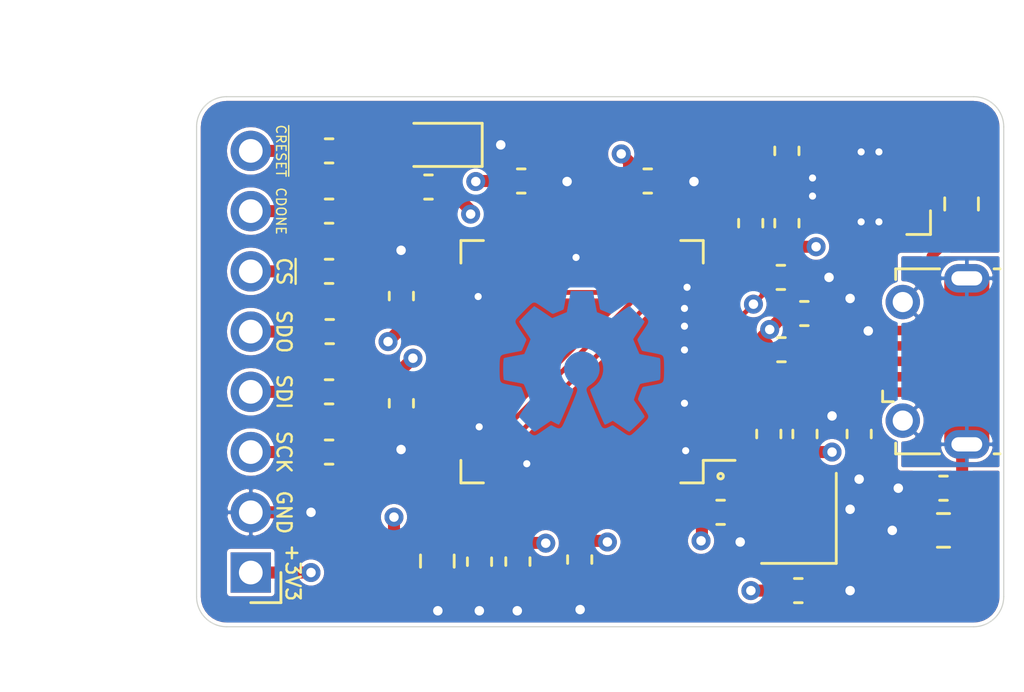
<source format=kicad_pcb>
(kicad_pcb (version 20171130) (host pcbnew "(5.1.4)-1")
  (layers (0 F.Cu signal) (1 In1.Cu signal) (2 In2.Cu signal) (31 B.Cu signal) (34 B.Paste user) (35 F.Paste user) (36 B.SilkS user) (37 F.SilkS user) (38 B.Mask user) (39 F.Mask user) (44 Edge.Cuts user))
  (net 0 "")
  (net 1 GND)
  (net 2 +1V8)
  (net 3 +5V)
  (net 4 +3V3)
  (net 5 /VBUS)
  (net 6 /USB_D+)
  (net 7 "Net-(J1-Pad4)")
  (net 8 /USB_D-)
  (net 9 /CRESET_B)
  (net 10 /CDONE)
  (net 11 /~CS)
  (net 12 /MISO)
  (net 13 /MOSI)
  (net 14 /SCK)
  (net 15 "Net-(R5-Pad2)")
  (net 16 "Net-(R6-Pad2)")
  (net 17 "Net-(R7-Pad2)")
  (net 18 "Net-(R8-Pad2)")
  (net 19 "Net-(U1-Pad3)")
  (net 20 "Net-(U2-Pad63)")
  (net 21 "Net-(U2-Pad62)")
  (net 22 "Net-(U2-Pad61)")
  (net 23 "Net-(U2-Pad60)")
  (net 24 "Net-(U2-Pad59)")
  (net 25 "Net-(U2-Pad58)")
  (net 26 "Net-(U2-Pad57)")
  (net 27 "Net-(U2-Pad55)")
  (net 28 "Net-(U2-Pad54)")
  (net 29 "Net-(U2-Pad53)")
  (net 30 "Net-(U2-Pad52)")
  (net 31 "Net-(U2-Pad48)")
  (net 32 "Net-(U2-Pad46)")
  (net 33 "Net-(U2-Pad45)")
  (net 34 "Net-(U2-Pad44)")
  (net 35 "Net-(U2-Pad43)")
  (net 36 "Net-(U2-Pad41)")
  (net 37 "Net-(U2-Pad40)")
  (net 38 "Net-(U2-Pad39)")
  (net 39 "Net-(U2-Pad38)")
  (net 40 "Net-(U2-Pad36)")
  (net 41 "Net-(U2-Pad34)")
  (net 42 "Net-(U2-Pad33)")
  (net 43 "Net-(U2-Pad32)")
  (net 44 "Net-(U2-Pad30)")
  (net 45 "Net-(U2-Pad29)")
  (net 46 "Net-(U2-Pad28)")
  (net 47 "Net-(U2-Pad27)")
  (net 48 "Net-(U2-Pad26)")
  (net 49 "Net-(U2-Pad22)")
  (net 50 "Net-(U2-Pad19)")
  (net 51 "Net-(U2-Pad3)")
  (net 52 /CLK_12MHz)
  (net 53 "Net-(X1-Pad1)")
  (net 54 /SHIELD)
  (net 55 "Net-(R3-Pad1)")
  (net 56 "Net-(R4-Pad1)")
  (net 57 "Net-(R9-Pad2)")
  (net 58 "Net-(R10-Pad2)")
  (module Connector_PinHeader_2.54mm:PinHeader_1x08_P2.54mm_Horizontal (layer F.Cu) (at 51.562 37.338 180)
    (fp_text reference J2 hide)
    (fp_text value Conn_01x08)
    (pad 8 thru_hole oval (at 0 17.78 180) (size 1.7 1.7) (drill 1) (layers *.Cu *.Mask) (net 9 /CRESET_B))
    (pad 7 thru_hole oval (at 0 15.24 180) (size 1.7 1.7) (drill 1) (layers *.Cu *.Mask) (net 10 /CDONE))
    (pad 6 thru_hole oval (at 0 12.7 180) (size 1.7 1.7) (drill 1) (layers *.Cu *.Mask) (net 11 /~CS))
    (pad 5 thru_hole oval (at 0 10.16 180) (size 1.7 1.7) (drill 1) (layers *.Cu *.Mask) (net 12 /MISO))
    (pad 4 thru_hole oval (at 0 7.62 180) (size 1.7 1.7) (drill 1) (layers *.Cu *.Mask) (net 13 /MOSI))
    (pad 3 thru_hole oval (at 0 5.08 180) (size 1.7 1.7) (drill 1) (layers *.Cu *.Mask) (net 14 /SCK))
    (pad 2 thru_hole oval (at 0 2.54 180) (size 1.7 1.7) (drill 1) (layers *.Cu *.Mask) (net 1 GND))
    (pad 1 thru_hole rect (at 0 0 180) (size 1.7 1.7) (drill 1) (layers *.Cu *.Mask) (net 4 +3V3))
  )
  (module Package_QFP:LQFP-64_10x10mm_P0.5mm (layer F.Cu) (at 65.532 28.448 180)
    (fp_text reference U2 hide)
    (fp_text value FT2232H)
    (pad 64 smd roundrect (at -3.75 -5.675 180) (size 0.3 1.55) (layers F.Cu F.Paste F.Mask) (net 2 +1V8))
    (pad 63 smd roundrect (at -3.25 -5.675 180) (size 0.3 1.55) (layers F.Cu F.Paste F.Mask) (net 20 "Net-(U2-Pad63)"))
    (pad 62 smd roundrect (at -2.75 -5.675 180) (size 0.3 1.55) (layers F.Cu F.Paste F.Mask) (net 21 "Net-(U2-Pad62)"))
    (pad 61 smd roundrect (at -2.25 -5.675 180) (size 0.3 1.55) (layers F.Cu F.Paste F.Mask) (net 22 "Net-(U2-Pad61)"))
    (pad 60 smd roundrect (at -1.75 -5.675 180) (size 0.3 1.55) (layers F.Cu F.Paste F.Mask) (net 23 "Net-(U2-Pad60)"))
    (pad 59 smd roundrect (at -1.25 -5.675 180) (size 0.3 1.55) (layers F.Cu F.Paste F.Mask) (net 24 "Net-(U2-Pad59)"))
    (pad 58 smd roundrect (at -0.75 -5.675 180) (size 0.3 1.55) (layers F.Cu F.Paste F.Mask) (net 25 "Net-(U2-Pad58)"))
    (pad 57 smd roundrect (at -0.25 -5.675 180) (size 0.3 1.55) (layers F.Cu F.Paste F.Mask) (net 26 "Net-(U2-Pad57)"))
    (pad 56 smd roundrect (at 0.25 -5.675 180) (size 0.3 1.55) (layers F.Cu F.Paste F.Mask) (net 4 +3V3))
    (pad 55 smd roundrect (at 0.75 -5.675 180) (size 0.3 1.55) (layers F.Cu F.Paste F.Mask) (net 27 "Net-(U2-Pad55)"))
    (pad 54 smd roundrect (at 1.25 -5.675 180) (size 0.3 1.55) (layers F.Cu F.Paste F.Mask) (net 28 "Net-(U2-Pad54)"))
    (pad 53 smd roundrect (at 1.75 -5.675 180) (size 0.3 1.55) (layers F.Cu F.Paste F.Mask) (net 29 "Net-(U2-Pad53)"))
    (pad 52 smd roundrect (at 2.25 -5.675 180) (size 0.3 1.55) (layers F.Cu F.Paste F.Mask) (net 30 "Net-(U2-Pad52)"))
    (pad 51 smd roundrect (at 2.75 -5.675 180) (size 0.3 1.55) (layers F.Cu F.Paste F.Mask) (net 1 GND))
    (pad 50 smd roundrect (at 3.25 -5.675 180) (size 0.3 1.55) (layers F.Cu F.Paste F.Mask) (net 4 +3V3))
    (pad 49 smd roundrect (at 3.75 -5.675 180) (size 0.3 1.55) (layers F.Cu F.Paste F.Mask) (net 2 +1V8))
    (pad 48 smd roundrect (at 5.675 -3.75 180) (size 1.55 0.3) (layers F.Cu F.Paste F.Mask) (net 31 "Net-(U2-Pad48)"))
    (pad 47 smd roundrect (at 5.675 -3.25 180) (size 1.55 0.3) (layers F.Cu F.Paste F.Mask) (net 1 GND))
    (pad 46 smd roundrect (at 5.675 -2.75 180) (size 1.55 0.3) (layers F.Cu F.Paste F.Mask) (net 32 "Net-(U2-Pad46)"))
    (pad 45 smd roundrect (at 5.675 -2.25 180) (size 1.55 0.3) (layers F.Cu F.Paste F.Mask) (net 33 "Net-(U2-Pad45)"))
    (pad 44 smd roundrect (at 5.675 -1.75 180) (size 1.55 0.3) (layers F.Cu F.Paste F.Mask) (net 34 "Net-(U2-Pad44)"))
    (pad 43 smd roundrect (at 5.675 -1.25 180) (size 1.55 0.3) (layers F.Cu F.Paste F.Mask) (net 35 "Net-(U2-Pad43)"))
    (pad 42 smd roundrect (at 5.675 -0.75 180) (size 1.55 0.3) (layers F.Cu F.Paste F.Mask) (net 4 +3V3))
    (pad 41 smd roundrect (at 5.675 -0.25 180) (size 1.55 0.3) (layers F.Cu F.Paste F.Mask) (net 36 "Net-(U2-Pad41)"))
    (pad 40 smd roundrect (at 5.675 0.25 180) (size 1.55 0.3) (layers F.Cu F.Paste F.Mask) (net 37 "Net-(U2-Pad40)"))
    (pad 39 smd roundrect (at 5.675 0.75 180) (size 1.55 0.3) (layers F.Cu F.Paste F.Mask) (net 38 "Net-(U2-Pad39)"))
    (pad 38 smd roundrect (at 5.675 1.25 180) (size 1.55 0.3) (layers F.Cu F.Paste F.Mask) (net 39 "Net-(U2-Pad38)"))
    (pad 37 smd roundrect (at 5.675 1.75 180) (size 1.55 0.3) (layers F.Cu F.Paste F.Mask) (net 2 +1V8))
    (pad 36 smd roundrect (at 5.675 2.25 180) (size 1.55 0.3) (layers F.Cu F.Paste F.Mask) (net 40 "Net-(U2-Pad36)"))
    (pad 35 smd roundrect (at 5.675 2.75 180) (size 1.55 0.3) (layers F.Cu F.Paste F.Mask) (net 1 GND))
    (pad 34 smd roundrect (at 5.675 3.25 180) (size 1.55 0.3) (layers F.Cu F.Paste F.Mask) (net 41 "Net-(U2-Pad34)"))
    (pad 33 smd roundrect (at 5.675 3.75 180) (size 1.55 0.3) (layers F.Cu F.Paste F.Mask) (net 42 "Net-(U2-Pad33)"))
    (pad 32 smd roundrect (at 3.75 5.675 180) (size 0.3 1.55) (layers F.Cu F.Paste F.Mask) (net 43 "Net-(U2-Pad32)"))
    (pad 31 smd roundrect (at 3.25 5.675 180) (size 0.3 1.55) (layers F.Cu F.Paste F.Mask) (net 4 +3V3))
    (pad 30 smd roundrect (at 2.75 5.675 180) (size 0.3 1.55) (layers F.Cu F.Paste F.Mask) (net 44 "Net-(U2-Pad30)"))
    (pad 29 smd roundrect (at 2.25 5.675 180) (size 0.3 1.55) (layers F.Cu F.Paste F.Mask) (net 45 "Net-(U2-Pad29)"))
    (pad 28 smd roundrect (at 1.75 5.675 180) (size 0.3 1.55) (layers F.Cu F.Paste F.Mask) (net 46 "Net-(U2-Pad28)"))
    (pad 27 smd roundrect (at 1.25 5.675 180) (size 0.3 1.55) (layers F.Cu F.Paste F.Mask) (net 47 "Net-(U2-Pad27)"))
    (pad 26 smd roundrect (at 0.75 5.675 180) (size 0.3 1.55) (layers F.Cu F.Paste F.Mask) (net 48 "Net-(U2-Pad26)"))
    (pad 25 smd roundrect (at 0.25 5.675 180) (size 0.3 1.55) (layers F.Cu F.Paste F.Mask) (net 1 GND))
    (pad 24 smd roundrect (at -0.25 5.675 180) (size 0.3 1.55) (layers F.Cu F.Paste F.Mask) (net 58 "Net-(R10-Pad2)"))
    (pad 23 smd roundrect (at -0.75 5.675 180) (size 0.3 1.55) (layers F.Cu F.Paste F.Mask) (net 57 "Net-(R9-Pad2)"))
    (pad 22 smd roundrect (at -1.25 5.675 180) (size 0.3 1.55) (layers F.Cu F.Paste F.Mask) (net 49 "Net-(U2-Pad22)"))
    (pad 21 smd roundrect (at -1.75 5.675 180) (size 0.3 1.55) (layers F.Cu F.Paste F.Mask) (net 18 "Net-(R8-Pad2)"))
    (pad 20 smd roundrect (at -2.25 5.675 180) (size 0.3 1.55) (layers F.Cu F.Paste F.Mask) (net 4 +3V3))
    (pad 19 smd roundrect (at -2.75 5.675 180) (size 0.3 1.55) (layers F.Cu F.Paste F.Mask) (net 50 "Net-(U2-Pad19)"))
    (pad 18 smd roundrect (at -3.25 5.675 180) (size 0.3 1.55) (layers F.Cu F.Paste F.Mask) (net 17 "Net-(R7-Pad2)"))
    (pad 17 smd roundrect (at -3.75 5.675 180) (size 0.3 1.55) (layers F.Cu F.Paste F.Mask) (net 16 "Net-(R6-Pad2)"))
    (pad 16 smd roundrect (at -5.675 3.75 180) (size 1.55 0.3) (layers F.Cu F.Paste F.Mask) (net 15 "Net-(R5-Pad2)"))
    (pad 15 smd roundrect (at -5.675 3.25 180) (size 1.55 0.3) (layers F.Cu F.Paste F.Mask) (net 1 GND))
    (pad 14 smd roundrect (at -5.675 2.75 180) (size 1.55 0.3) (layers F.Cu F.Paste F.Mask) (net 56 "Net-(R4-Pad1)"))
    (pad 13 smd roundrect (at -5.675 2.25 180) (size 1.55 0.3) (layers F.Cu F.Paste F.Mask) (net 1 GND))
    (pad 12 smd roundrect (at -5.675 1.75 180) (size 1.55 0.3) (layers F.Cu F.Paste F.Mask) (net 2 +1V8))
    (pad 11 smd roundrect (at -5.675 1.25 180) (size 1.55 0.3) (layers F.Cu F.Paste F.Mask) (net 1 GND))
    (pad 10 smd roundrect (at -5.675 0.75 180) (size 1.55 0.3) (layers F.Cu F.Paste F.Mask) (net 1 GND))
    (pad 9 smd roundrect (at -5.675 0.25 180) (size 1.55 0.3) (layers F.Cu F.Paste F.Mask) (net 4 +3V3))
    (pad 8 smd roundrect (at -5.675 -0.25 180) (size 1.55 0.3) (layers F.Cu F.Paste F.Mask) (net 6 /USB_D+))
    (pad 7 smd roundrect (at -5.675 -0.75 180) (size 1.55 0.3) (layers F.Cu F.Paste F.Mask) (net 8 /USB_D-))
    (pad 6 smd roundrect (at -5.675 -1.25 180) (size 1.55 0.3) (layers F.Cu F.Paste F.Mask) (net 55 "Net-(R3-Pad1)"))
    (pad 5 smd roundrect (at -5.675 -1.75 180) (size 1.55 0.3) (layers F.Cu F.Paste F.Mask) (net 1 GND))
    (pad 4 smd roundrect (at -5.675 -2.25 180) (size 1.55 0.3) (layers F.Cu F.Paste F.Mask) (net 4 +3V3))
    (pad 3 smd roundrect (at -5.675 -2.75 180) (size 1.55 0.3) (layers F.Cu F.Paste F.Mask) (net 51 "Net-(U2-Pad3)"))
    (pad 2 smd roundrect (at -5.675 -3.25 180) (size 1.55 0.3) (layers F.Cu F.Paste F.Mask) (net 52 /CLK_12MHz))
    (pad 1 smd roundrect (at -5.675 -3.75 180) (size 1.55 0.3) (layers F.Cu F.Paste F.Mask) (net 1 GND))
  )
  (module Capacitor_SMD:C_0603_1608Metric (layer F.Cu) (at 62.825 36.875 270)
    (fp_text reference C7 hide)
    (fp_text value 0.1u)
    (pad 2 smd roundrect (at 0.7875 0 270) (size 0.875 0.95) (layers F.Cu F.Paste F.Mask) (net 1 GND))
    (pad 1 smd roundrect (at -0.7875 0 270) (size 0.875 0.95) (layers F.Cu F.Paste F.Mask) (net 4 +3V3))
  )
  (module Symbol:OSHW-Symbol_6.7x6mm_Copper (layer B.Cu) (at 65.532 28.448 180)
    (fp_text reference REF** hide)
    (fp_text value OSHW-Symbol_6.7x6mm_Copper hide)
    (fp_poly (pts (xy 0.555814 2.531069) (xy 0.639635 2.086445) (xy 0.94892 1.958947) (xy 1.258206 1.831449) (xy 1.629246 2.083754) (xy 1.733157 2.154004) (xy 1.827087 2.216728) (xy 1.906652 2.269062) (xy 1.96747 2.308143) (xy 2.005157 2.331107) (xy 2.015421 2.336058) (xy 2.03391 2.323324) (xy 2.07342 2.288118) (xy 2.129522 2.234938) (xy 2.197787 2.168282) (xy 2.273786 2.092646) (xy 2.353092 2.012528) (xy 2.431275 1.932426) (xy 2.503907 1.856836) (xy 2.566559 1.790255) (xy 2.614803 1.737182) (xy 2.64421 1.702113) (xy 2.651241 1.690377) (xy 2.641123 1.66874) (xy 2.612759 1.621338) (xy 2.569129 1.552807) (xy 2.513218 1.467785) (xy 2.448006 1.370907) (xy 2.410219 1.31565) (xy 2.341343 1.214752) (xy 2.28014 1.123701) (xy 2.229578 1.04703) (xy 2.192628 0.989272) (xy 2.172258 0.954957) (xy 2.169197 0.947746) (xy 2.176136 0.927252) (xy 2.195051 0.879487) (xy 2.223087 0.811168) (xy 2.257391 0.729011) (xy 2.295109 0.63973) (xy 2.333387 0.550042) (xy 2.36937 0.466662) (xy 2.400206 0.396306) (xy 2.423039 0.34569) (xy 2.435017 0.321529) (xy 2.435724 0.320578) (xy 2.454531 0.315964) (xy 2.504618 0.305672) (xy 2.580793 0.290713) (xy 2.677865 0.272099) (xy 2.790643 0.250841) (xy 2.856442 0.238582) (xy 2.97695 0.215638) (xy 3.085797 0.193805) (xy 3.177476 0.174278) (xy 3.246481 0.158252) (xy 3.287304 0.146921) (xy 3.295511 0.143326) (xy 3.303548 0.118994) (xy 3.310033 0.064041) (xy 3.31497 -0.015108) (xy 3.318364 -0.112026) (xy 3.320218 -0.220287) (xy 3.320538 -0.333465) (xy 3.319327 -0.445135) (xy 3.31659 -0.548868) (xy 3.312331 -0.638241) (xy 3.306555 -0.706826) (xy 3.299267 -0.748197) (xy 3.294895 -0.75681) (xy 3.268764 -0.767133) (xy 3.213393 -0.781892) (xy 3.136107 -0.799352) (xy 3.04423 -0.81778) (xy 3.012158 -0.823741) (xy 2.857524 -0.852066) (xy 2.735375 -0.874876) (xy 2.641673 -0.89308) (xy 2.572384 -0.907583) (xy 2.523471 -0.919292) (xy 2.490897 -0.929115) (xy 2.470628 -0.937956) (xy 2.458626 -0.946724) (xy 2.456947 -0.948457) (xy 2.440184 -0.976371) (xy 2.414614 -1.030695) (xy 2.382788 -1.104777) (xy 2.34726 -1.191965) (xy 2.310583 -1.285608) (xy 2.275311 -1.379052) (xy 2.243996 -1.465647) (xy 2.219193 -1.53874) (xy 2.203454 -1.591678) (xy 2.199332 -1.617811) (xy 2.199676 -1.618726) (xy 2.213641 -1.640086) (xy 2.245322 -1.687084) (xy 2.291391 -1.754827) (xy 2.348518 -1.838423) (xy 2.413373 -1.932982) (xy 2.431843 -1.959854) (xy 2.497699 -2.057275) (xy 2.55565 -2.146163) (xy 2.602538 -2.221412) (xy 2.635207 -2.27792) (xy 2.6505 -2.310581) (xy 2.651241 -2.314593) (xy 2.638392 -2.335684) (xy 2.602888 -2.377464) (xy 2.549293 -2.435445) (xy 2.482171 -2.505135) (xy 2.406087 -2.582045) (xy 2.325604 -2.661683) (xy 2.245287 -2.739561) (xy 2.169699 -2.811186) (xy 2.103405 -2.87207) (xy 2.050969 -2.917721) (xy 2.016955 -2.94365) (xy 2.007545 -2.947883) (xy 1.985643 -2.937912) (xy 1.9408 -2.91102) (xy 1.880321 -2.871736) (xy 1.833789 -2.840117) (xy 1.749475 -2.782098) (xy 1.649626 -2.713784) (xy 1.549473 -2.645579) (xy 1.495627 -2.609075) (xy 1.313371 -2.4858) (xy 1.160381 -2.56852) (xy 1.090682 -2.604759) (xy 1.031414 -2.632926) (xy 0.991311 -2.648991) (xy 0.981103 -2.651226) (xy 0.968829 -2.634722) (xy 0.944613 -2.588082) (xy 0.910263 -2.515609) (xy 0.867588 -2.421606) (xy 0.818394 -2.310374) (xy 0.76449 -2.186215) (xy 0.707684 -2.053432) (xy 0.649782 -1.916327) (xy 0.592593 -1.779202) (xy 0.537924 -1.646358) (xy 0.487584 -1.522098) (xy 0.44338 -1.410725) (xy 0.407119 -1.316539) (xy 0.380609 -1.243844) (xy 0.365658 -1.196941) (xy 0.363254 -1.180833) (xy 0.382311 -1.160286) (xy 0.424036 -1.126933) (xy 0.479706 -1.087702) (xy 0.484378 -1.084599) (xy 0.628264 -0.969423) (xy 0.744283 -0.835053) (xy 0.83143 -0.685784) (xy 0.888699 -0.525913) (xy 0.915086 -0.359737) (xy 0.909585 -0.191552) (xy 0.87119 -0.025655) (xy 0.798895 0.133658) (xy 0.777626 0.168513) (xy 0.666996 0.309263) (xy 0.536302 0.422286) (xy 0.390064 0.506997) (xy 0.232808 0.562806) (xy 0.069057 0.589126) (xy -0.096667 0.58537) (xy -0.259838 0.55095) (xy -0.415935 0.485277) (xy -0.560433 0.387765) (xy -0.605131 0.348187) (xy -0.718888 0.224297) (xy -0.801782 0.093876) (xy -0.858644 -0.052315) (xy -0.890313 -0.197088) (xy -0.898131 -0.35986) (xy -0.872062 -0.52344) (xy -0.814755 -0.682298) (xy -0.728856 -0.830906) (xy -0.617014 -0.963735) (xy -0.481877 -1.075256) (xy -0.464117 -1.087011) (xy -0.40785 -1.125508) (xy -0.365077 -1.158863) (xy -0.344628 -1.18016) (xy -0.344331 -1.180833) (xy -0.348721 -1.203871) (xy -0.366124 -1.256157) (xy -0.394732 -1.33339) (xy -0.432735 -1.431268) (xy -0.478326 -1.545491) (xy -0.529697 -1.671758) (xy -0.585038 -1.805767) (xy -0.642542 -1.943218) (xy -0.700399 -2.079808) (xy -0.756802 -2.211237) (xy -0.809942 -2.333205) (xy -0.85801 -2.441409) (xy -0.899199 -2.531549) (xy -0.931699 -2.599323) (xy -0.953703 -2.64043) (xy -0.962564 -2.651226) (xy -0.98964 -2.642819) (xy -1.040303 -2.620272) (xy -1.105817 -2.587613) (xy -1.141841 -2.56852) (xy -1.294832 -2.4858) (xy -1.477088 -2.609075) (xy -1.570125 -2.672228) (xy -1.671985 -2.741727) (xy -1.767438 -2.807165) (xy -1.81525 -2.840117) (xy -1.882495 -2.885273) (xy -1.939436 -2.921057) (xy -1.978646 -2.942938) (xy -1.991381 -2.947563) (xy -2.009917 -2.935085) (xy -2.050941 -2.900252) (xy -2.110475 -2.846678) (xy -2.184542 -2.777983) (xy -2.269165 -2.697781) (xy -2.322685 -2.646286) (xy -2.416319 -2.554286) (xy -2.497241 -2.471999) (xy -2.562177 -2.402945) (xy -2.607858 -2.350644) (xy -2.631011 -2.318616) (xy -2.633232 -2.312116) (xy -2.622924 -2.287394) (xy -2.594439 -2.237405) (xy -2.550937 -2.167212) (xy -2.495577 -2.081875) (xy -2.43152 -1.986456) (xy -2.413303 -1.959854) (xy -2.346927 -1.863167) (xy -2.287378 -1.776117) (xy -2.237984 -1.703595) (xy -2.202075 -1.650493) (xy -2.182981 -1.621703) (xy -2.181136 -1.618726) (xy -2.183895 -1.595782) (xy -2.198538 -1.545336) (xy -2.222513 -1.474041) (xy -2.253266 -1.388547) (xy -2.288244 -1.295507) (xy -2.324893 -1.201574) (xy -2.360661 -1.113399) (xy -2.392994 -1.037634) (xy -2.419338 -0.980931) (xy -2.437142 -0.949943) (xy -2.438407 -0.948457) (xy -2.449294 -0.939601) (xy -2.467682 -0.930843) (xy -2.497606 -0.921277) (xy -2.543103 -0.909996) (xy -2.608209 -0.896093) (xy -2.696961 -0.878663) (xy -2.813393 -0.856798) (xy -2.961542 -0.829591) (xy -2.993618 -0.823741) (xy -3.088686 -0.805374) (xy -3.171565 -0.787405) (xy -3.23493 -0.771569) (xy -3.271458 -0.7596) (xy -3.276356 -0.75681) (xy -3.284427 -0.732072) (xy -3.290987 -0.67679) (xy -3.296033 -0.597389) (xy -3.299559 -0.500296) (xy -3.301561 -0.391938) (xy -3.302036 -0.27874) (xy -3.300977 -0.167128) (xy -3.298382 -0.063529) (xy -3.294246 0.025632) (xy -3.288563 0.093928) (xy -3.281331 0.134934) (xy -3.276971 0.143326) (xy -3.252698 0.151792) (xy -3.197426 0.165565) (xy -3.116662 0.18345) (xy -3.015912 0.204252) (xy -2.900683 0.226777) (xy -2.837902 0.238582) (xy -2.718787 0.260849) (xy -2.612565 0.281021) (xy -2.524427 0.298085) (xy -2.459566 0.311031) (xy -2.423174 0.318845) (xy -2.417184 0.320578) (xy -2.407061 0.34011) (xy -2.385662 0.387157) (xy -2.355839 0.454997) (xy -2.320445 0.536909) (xy -2.282332 0.626172) (xy -2.244353 0.716065) (xy -2.20936 0.799865) (xy -2.180206 0.870853) (xy -2.159743 0.922306) (xy -2.150823 0.947503) (xy -2.150657 0.948604) (xy -2.160769 0.968481) (xy -2.189117 1.014223) (xy -2.232723 1.081283) (xy -2.288606 1.165116) (xy -2.353787 1.261174) (xy -2.391679 1.31635) (xy -2.460725 1.417519) (xy -2.52205 1.50937) (xy -2.572663 1.587256) (xy -2.609571 1.646531) (xy -2.629782 1.682549) (xy -2.632701 1.690623) (xy -2.620153 1.709416) (xy -2.585463 1.749543) (xy -2.533063 1.806507) (xy -2.467384 1.875815) (xy -2.392856 1.952969) (xy -2.313913 2.033475) (xy -2.234983 2.112837) (xy -2.1605 2.18656) (xy -2.094894 2.250148) (xy -2.042596 2.299106) (xy -2.008039 2.328939) (xy -1.996478 2.336058) (xy -1.977654 2.326047) (xy -1.932631 2.297922) (xy -1.865787 2.254546) (xy -1.781499 2.198782) (xy -1.684144 2.133494) (xy -1.610707 2.083754) (xy -1.239667 1.831449) (xy -0.621095 2.086445) (xy -0.537275 2.531069) (xy -0.453454 2.975693) (xy 0.471994 2.975693) (xy 0.555814 2.531069)) (layer B.Cu) (width 0.01))
  )
  (module Resistor_SMD:R_0603_1608Metric (layer F.Cu) (at 59.055 21.082 180)
    (fp_text reference R2 hide)
    (fp_text value 1k)
    (pad 2 smd roundrect (at 0.7875 0 180) (size 0.875 0.95) (layers F.Cu F.Paste F.Mask) (net 10 /CDONE))
    (pad 1 smd roundrect (at -0.7875 0 180) (size 0.875 0.95) (layers F.Cu F.Paste F.Mask) (net 4 +3V3))
  )
  (module LED_SMD:LED_0805_2012Metric_Castellated (layer F.Cu) (at 59.436 19.304 180)
    (fp_text reference D1 hide)
    (fp_text value CDONE)
    (pad 2 smd roundrect (at 0.9625 0 180) (size 1.325 1.3) (layers F.Cu F.Paste F.Mask) (roundrect_rratio 0.192308) (net 10 /CDONE))
    (pad 1 smd roundrect (at -0.9625 0 180) (size 1.325 1.3) (layers F.Cu F.Paste F.Mask) (roundrect_rratio 0.192308) (net 1 GND))
  )
  (module Resistor_SMD:R_0603_1608Metric (layer F.Cu) (at 72.644 22.606 90)
    (fp_text reference R4 hide)
    (fp_text value 10k)
    (pad 2 smd roundrect (at 0.7875 0 90) (size 0.875 0.95) (layers F.Cu F.Paste F.Mask) (net 4 +3V3))
    (pad 1 smd roundrect (at -0.7875 0 90) (size 0.875 0.95) (layers F.Cu F.Paste F.Mask) (net 56 "Net-(R4-Pad1)"))
  )
  (module Capacitor_SMD:C_0603_1608Metric (layer F.Cu) (at 74.6505 38.1)
    (fp_text reference C3 hide)
    (fp_text value 0.1u)
    (pad 2 smd roundrect (at 0.7875 0) (size 0.875 0.95) (layers F.Cu F.Paste F.Mask) (net 1 GND))
    (pad 1 smd roundrect (at -0.7875 0) (size 0.875 0.95) (layers F.Cu F.Paste F.Mask) (net 4 +3V3))
  )
  (module Oscillator:Oscillator_SMD_Abracon_ASE-4Pin_3.2x2.5mm (layer F.Cu) (at 74.676 35.052 90)
    (fp_text reference X1 hide)
    (fp_text value ASEM1-12.000MHZ)
    (pad 4 smd rect (at -1.05 -0.825 90) (size 1.3 1.1) (layers F.Cu F.Paste F.Mask) (net 4 +3V3))
    (pad 3 smd rect (at 1.05 -0.825 90) (size 1.3 1.1) (layers F.Cu F.Paste F.Mask) (net 52 /CLK_12MHz))
    (pad 2 smd rect (at 1.05 0.825 90) (size 1.3 1.1) (layers F.Cu F.Paste F.Mask) (net 1 GND))
    (pad 1 smd rect (at -1.05 0.825 90) (size 1.3 1.1) (layers F.Cu F.Paste F.Mask) (net 53 "Net-(X1-Pad1)"))
  )
  (module jkiv-library:SOT89-5 (layer F.Cu) (at 77.724 21.082 90)
    (fp_text reference U1 hide)
    (fp_text value AP7361C_SOT-89-5)
    (pad 2 smd roundrect (at 0 -0.25 90) (size 1.93 2.6) (layers F.Cu F.Paste F.Mask) (net 1 GND))
    (pad 4 smd roundrect (at 1.5 -1.65 90) (size 0.68 1.2) (layers F.Cu F.Paste F.Mask) (net 3 +5V))
    (pad 2 smd roundrect (at 0 -1.5 90) (size 1.73 1) (layers F.Cu F.Paste F.Mask) (net 1 GND))
    (pad 5 smd roundrect (at -1.5 -1.65 90) (size 0.68 1.2) (layers F.Cu F.Paste F.Mask) (net 4 +3V3))
    (pad 1 smd roundrect (at -1.5 1.65 90) (size 0.68 1.2) (layers F.Cu F.Paste F.Mask) (net 3 +5V))
    (pad 2 smd roundrect (at 0 1.45 90) (size 0.68 1.6) (layers F.Cu F.Paste F.Mask) (net 1 GND))
    (pad 3 smd roundrect (at 1.5 1.65 90) (size 0.68 1.2) (layers F.Cu F.Paste F.Mask) (net 19 "Net-(U1-Pad3)"))
  )
  (module Resistor_SMD:R_0603_1608Metric (layer F.Cu) (at 54.864 19.558)
    (fp_text reference R10 hide)
    (fp_text value 22R)
    (pad 2 smd roundrect (at 0.7875 0) (size 0.875 0.95) (layers F.Cu F.Paste F.Mask) (net 58 "Net-(R10-Pad2)"))
    (pad 1 smd roundrect (at -0.7875 0) (size 0.875 0.95) (layers F.Cu F.Paste F.Mask) (net 9 /CRESET_B))
  )
  (module Resistor_SMD:R_0603_1608Metric (layer F.Cu) (at 54.864 22.098)
    (fp_text reference R9 hide)
    (fp_text value 22R)
    (pad 2 smd roundrect (at 0.7875 0) (size 0.875 0.95) (layers F.Cu F.Paste F.Mask) (net 57 "Net-(R9-Pad2)"))
    (pad 1 smd roundrect (at -0.7875 0) (size 0.875 0.95) (layers F.Cu F.Paste F.Mask) (net 10 /CDONE))
  )
  (module Resistor_SMD:R_0603_1608Metric (layer F.Cu) (at 54.864 24.638)
    (fp_text reference R8 hide)
    (fp_text value 22R)
    (pad 2 smd roundrect (at 0.7875 0) (size 0.875 0.95) (layers F.Cu F.Paste F.Mask) (net 18 "Net-(R8-Pad2)"))
    (pad 1 smd roundrect (at -0.7875 0) (size 0.875 0.95) (layers F.Cu F.Paste F.Mask) (net 11 /~CS))
  )
  (module Resistor_SMD:R_0603_1608Metric (layer F.Cu) (at 54.889501 27.178)
    (fp_text reference R7 hide)
    (fp_text value 22R)
    (pad 2 smd roundrect (at 0.7875 0) (size 0.875 0.95) (layers F.Cu F.Paste F.Mask) (net 17 "Net-(R7-Pad2)"))
    (pad 1 smd roundrect (at -0.7875 0) (size 0.875 0.95) (layers F.Cu F.Paste F.Mask) (net 12 /MISO))
  )
  (module Resistor_SMD:R_0603_1608Metric (layer F.Cu) (at 54.864 29.718)
    (fp_text reference R6 hide)
    (fp_text value 22R)
    (pad 2 smd roundrect (at 0.7875 0) (size 0.875 0.95) (layers F.Cu F.Paste F.Mask) (net 16 "Net-(R6-Pad2)"))
    (pad 1 smd roundrect (at -0.7875 0) (size 0.875 0.95) (layers F.Cu F.Paste F.Mask) (net 13 /MOSI))
  )
  (module Resistor_SMD:R_0603_1608Metric (layer F.Cu) (at 54.864 32.258)
    (fp_text reference R5 hide)
    (fp_text value 22R)
    (pad 2 smd roundrect (at 0.7875 0) (size 0.875 0.95) (layers F.Cu F.Paste F.Mask) (net 15 "Net-(R5-Pad2)"))
    (pad 1 smd roundrect (at -0.7875 0) (size 0.875 0.95) (layers F.Cu F.Paste F.Mask) (net 14 /SCK))
  )
  (module Resistor_SMD:R_0603_1608Metric (layer F.Cu) (at 77.216 31.496 270)
    (fp_text reference R3 hide)
    (fp_text value 10k)
    (pad 2 smd roundrect (at 0.7875 0 270) (size 0.875 0.95) (layers F.Cu F.Paste F.Mask) (net 1 GND))
    (pad 1 smd roundrect (at -0.7875 0 270) (size 0.875 0.95) (layers F.Cu F.Paste F.Mask) (net 55 "Net-(R3-Pad1)"))
  )
  (module Resistor_SMD:R_0805_2012Metric (layer F.Cu) (at 80.772 35.56 180)
    (fp_text reference R1 hide)
    (fp_text value 100k)
    (pad 1 smd roundrect (at -0.9375 0 180) (size 0.975 1.4) (layers F.Cu F.Paste F.Mask) (net 54 /SHIELD))
    (pad 2 smd roundrect (at 0.9375 0 180) (size 0.975 1.4) (layers F.Cu F.Paste F.Mask) (net 1 GND))
  )
  (module Connector_USB:USB_Micro-B_Molex-105017-0001 (layer F.Cu) (at 80.518 28.432 90)
    (fp_text reference J1 hide)
    (fp_text value USB_B_Micro)
    (pad 6 smd rect (at -2.9 1.2375 90) (size 1.2 1.9) (layers F.Cu F.Mask) (net 54 /SHIELD))
    (pad 6 smd rect (at 2.9 1.2375 90) (size 1.2 1.9) (layers F.Cu F.Mask) (net 54 /SHIELD))
    (pad 6 thru_hole oval (at 3.5 1.2375 90) (size 1.2 1.9) (drill oval 0.6 1.3) (layers *.Cu *.Mask) (net 54 /SHIELD))
    (pad 6 thru_hole oval (at -3.5 1.2375 270) (size 1.2 1.9) (drill oval 0.6 1.3) (layers *.Cu *.Mask) (net 54 /SHIELD))
    (pad 6 smd rect (at -1 1.2375 90) (size 1.5 1.9) (layers F.Cu F.Paste F.Mask) (net 54 /SHIELD))
    (pad 6 thru_hole circle (at 2.5 -1.4625 90) (size 1.45 1.45) (drill 0.85) (layers *.Cu *.Mask) (net 54 /SHIELD))
    (pad 3 smd rect (at 0 -1.4625 90) (size 0.4 1.35) (layers F.Cu F.Paste F.Mask) (net 6 /USB_D+))
    (pad 4 smd rect (at 0.65 -1.4625 90) (size 0.4 1.35) (layers F.Cu F.Paste F.Mask) (net 7 "Net-(J1-Pad4)"))
    (pad 5 smd rect (at 1.3 -1.4625 90) (size 0.4 1.35) (layers F.Cu F.Paste F.Mask) (net 1 GND))
    (pad 1 smd rect (at -1.3 -1.4625 90) (size 0.4 1.35) (layers F.Cu F.Paste F.Mask) (net 5 /VBUS))
    (pad 2 smd rect (at -0.65 -1.4625 90) (size 0.4 1.35) (layers F.Cu F.Paste F.Mask) (net 8 /USB_D-))
    (pad 6 thru_hole circle (at -2.5 -1.4625 90) (size 1.45 1.45) (drill 0.85) (layers *.Cu *.Mask) (net 54 /SHIELD))
    (pad 6 smd rect (at 1 1.2375 90) (size 1.5 1.9) (layers F.Cu F.Paste F.Mask) (net 54 /SHIELD))
  )
  (module Inductor_SMD:L_0805_2012Metric (layer F.Cu) (at 81.534 21.7955 270)
    (fp_text reference FB1 hide)
    (fp_text value FB)
    (pad 2 smd roundrect (at 0.9375 0 270) (size 0.975 1.4) (layers F.Cu F.Paste F.Mask) (net 5 /VBUS))
    (pad 1 smd roundrect (at -0.9375 0 270) (size 0.975 1.4) (layers F.Cu F.Paste F.Mask) (net 3 +5V))
  )
  (module Capacitor_SMD:C_0603_1608Metric (layer F.Cu) (at 73.939501 27.94)
    (fp_text reference C16 hide)
    (fp_text value 0.1u)
    (pad 2 smd roundrect (at 0.7875 0) (size 0.875 0.95) (layers F.Cu F.Paste F.Mask) (net 1 GND))
    (pad 1 smd roundrect (at -0.7875 0) (size 0.875 0.95) (layers F.Cu F.Paste F.Mask) (net 4 +3V3))
  )
  (module Capacitor_SMD:C_0603_1608Metric (layer F.Cu) (at 74.9045 26.416)
    (fp_text reference C13 hide)
    (fp_text value 4.7u)
    (pad 2 smd roundrect (at 0.7875 0) (size 0.875 0.95) (layers F.Cu F.Paste F.Mask) (net 1 GND))
    (pad 1 smd roundrect (at -0.7875 0) (size 0.875 0.95) (layers F.Cu F.Paste F.Mask) (net 4 +3V3))
  )
  (module Capacitor_SMD:C_0603_1608Metric (layer F.Cu) (at 73.406 31.496 90)
    (fp_text reference C10 hide)
    (fp_text value 0.1u)
    (pad 2 smd roundrect (at 0.7875 0 90) (size 0.875 0.95) (layers F.Cu F.Paste F.Mask) (net 1 GND))
    (pad 1 smd roundrect (at -0.7875 0 90) (size 0.875 0.95) (layers F.Cu F.Paste F.Mask) (net 4 +3V3))
  )
  (module Capacitor_SMD:C_0603_1608Metric (layer F.Cu) (at 74.93 31.496 90)
    (fp_text reference C8 hide)
    (fp_text value 4.7u)
    (pad 2 smd roundrect (at 0.7875 0 90) (size 0.875 0.95) (layers F.Cu F.Paste F.Mask) (net 1 GND))
    (pad 1 smd roundrect (at -0.7875 0 90) (size 0.875 0.95) (layers F.Cu F.Paste F.Mask) (net 4 +3V3))
  )
  (module Capacitor_SMD:C_0603_1608Metric (layer F.Cu) (at 71.374 34.798)
    (fp_text reference C18 hide)
    (fp_text value 0.1u)
    (pad 2 smd roundrect (at 0.7875 0) (size 0.875 0.95) (layers F.Cu F.Paste F.Mask) (net 1 GND))
    (pad 1 smd roundrect (at -0.7875 0) (size 0.875 0.95) (layers F.Cu F.Paste F.Mask) (net 2 +1V8))
  )
  (module Capacitor_SMD:C_0603_1608Metric (layer F.Cu) (at 57.912 25.679501 90)
    (fp_text reference C17 hide)
    (fp_text value 0.1u)
    (pad 2 smd roundrect (at 0.7875 0 90) (size 0.875 0.95) (layers F.Cu F.Paste F.Mask) (net 1 GND))
    (pad 1 smd roundrect (at -0.7875 0 90) (size 0.875 0.95) (layers F.Cu F.Paste F.Mask) (net 2 +1V8))
  )
  (module Capacitor_SMD:C_0603_1608Metric (layer F.Cu) (at 73.914 24.892)
    (fp_text reference C14 hide)
    (fp_text value 0.1u)
    (pad 2 smd roundrect (at 0.7875 0) (size 0.875 0.95) (layers F.Cu F.Paste F.Mask) (net 1 GND))
    (pad 1 smd roundrect (at -0.7875 0) (size 0.875 0.95) (layers F.Cu F.Paste F.Mask) (net 2 +1V8))
  )
  (module Capacitor_SMD:C_0603_1608Metric (layer F.Cu) (at 65.432 36.79 270)
    (fp_text reference C11 hide)
    (fp_text value 0.1u)
    (pad 2 smd roundrect (at 0.7875 0 270) (size 0.875 0.95) (layers F.Cu F.Paste F.Mask) (net 1 GND))
    (pad 1 smd roundrect (at -0.7875 0 270) (size 0.875 0.95) (layers F.Cu F.Paste F.Mask) (net 4 +3V3))
  )
  (module Capacitor_SMD:C_0603_1608Metric (layer F.Cu) (at 57.912 30.200499 270)
    (fp_text reference C9 hide)
    (fp_text value 0.1u)
    (pad 2 smd roundrect (at 0.7875 0 270) (size 0.875 0.95) (layers F.Cu F.Paste F.Mask) (net 1 GND))
    (pad 1 smd roundrect (at -0.7875 0 270) (size 0.875 0.95) (layers F.Cu F.Paste F.Mask) (net 4 +3V3))
  )
  (module Capacitor_SMD:C_0603_1608Metric (layer F.Cu) (at 74.168 22.606 90)
    (fp_text reference C4 hide)
    (fp_text value 4.7u)
    (pad 2 smd roundrect (at 0.7875 0 90) (size 0.875 0.95) (layers F.Cu F.Paste F.Mask) (net 1 GND))
    (pad 1 smd roundrect (at -0.7875 0 90) (size 0.875 0.95) (layers F.Cu F.Paste F.Mask) (net 4 +3V3))
  )
  (module Capacitor_SMD:C_0603_1608Metric (layer F.Cu) (at 62.9665 20.828)
    (fp_text reference C6 hide)
    (fp_text value 0.1u)
    (pad 2 smd roundrect (at 0.7875 0) (size 0.875 0.95) (layers F.Cu F.Paste F.Mask) (net 1 GND))
    (pad 1 smd roundrect (at -0.7875 0) (size 0.875 0.95) (layers F.Cu F.Paste F.Mask) (net 4 +3V3))
  )
  (module Capacitor_SMD:C_0603_1608Metric (layer F.Cu) (at 68.3005 20.828)
    (fp_text reference C5 hide)
    (fp_text value 0.1u)
    (pad 2 smd roundrect (at 0.7875 0) (size 0.875 0.95) (layers F.Cu F.Paste F.Mask) (net 1 GND))
    (pad 1 smd roundrect (at -0.7875 0) (size 0.875 0.95) (layers F.Cu F.Paste F.Mask) (net 4 +3V3))
  )
  (module Capacitor_SMD:C_0603_1608Metric (layer F.Cu) (at 61.207 36.8805 270)
    (fp_text reference C15 hide)
    (fp_text value 0.1u)
    (pad 2 smd roundrect (at 0.7875 0 270) (size 0.875 0.95) (layers F.Cu F.Paste F.Mask) (net 1 GND))
    (pad 1 smd roundrect (at -0.7875 0 270) (size 0.875 0.95) (layers F.Cu F.Paste F.Mask) (net 2 +1V8))
  )
  (module Capacitor_SMD:C_0603_1608Metric (layer F.Cu) (at 74.168 19.558 270)
    (fp_text reference C1 hide)
    (fp_text value 4.7u)
    (pad 2 smd roundrect (at 0.7875 0 270) (size 0.875 0.95) (layers F.Cu F.Paste F.Mask) (net 1 GND))
    (pad 1 smd roundrect (at -0.7875 0 270) (size 0.875 0.95) (layers F.Cu F.Paste F.Mask) (net 3 +5V))
  )
  (module Capacitor_SMD:C_0603_1608Metric (layer F.Cu) (at 80.772 33.782 180)
    (fp_text reference C2 hide)
    (fp_text value 0.01u)
    (pad 1 smd roundrect (at -0.7875 0 180) (size 0.875 0.95) (layers F.Cu F.Paste F.Mask) (net 54 /SHIELD))
    (pad 2 smd roundrect (at 0.7875 0 180) (size 0.875 0.95) (layers F.Cu F.Paste F.Mask) (net 1 GND))
  )
  (module Capacitor_SMD:C_0805_2012Metric (layer F.Cu) (at 59.429 36.855 270)
    (fp_text reference C12 hide)
    (fp_text value 10u)
    (pad 2 smd roundrect (at 0.9375 0 270) (size 0.975 1.4) (layers F.Cu F.Paste F.Mask) (net 1 GND))
    (pad 1 smd roundrect (at -0.9375 0 270) (size 0.975 1.4) (layers F.Cu F.Paste F.Mask) (net 2 +1V8))
  )
  (gr_arc (start 82.042 38.353999) (end 82.042 39.624) (angle -90) (layer Edge.Cuts) (width 0.05))
  (gr_arc (start 50.546001 38.354) (end 49.276 38.354) (angle -90) (layer Edge.Cuts) (width 0.05))
  (gr_arc (start 50.546 18.542001) (end 50.546 17.272) (angle -90) (layer Edge.Cuts) (width 0.05))
  (gr_arc (start 82.042 18.542) (end 83.312 18.542) (angle -90) (layer Edge.Cuts) (width 0.05))
  (gr_text +3V3 (at 53.34 37.338 270) (layer F.SilkS) (effects (font (size 0.6 0.6) (thickness 0.1))))
  (gr_text GND (at 52.959 34.798 270) (layer F.SilkS) (effects (font (size 0.6 0.6) (thickness 0.1))))
  (gr_text SCK (at 52.959 32.258 270) (layer F.SilkS) (effects (font (size 0.6 0.6) (thickness 0.1))))
  (gr_text SDI (at 52.959 29.718 270) (layer F.SilkS) (effects (font (size 0.6 0.6) (thickness 0.1))))
  (gr_text SDO (at 52.959 27.178 270) (layer F.SilkS) (effects (font (size 0.6 0.6) (thickness 0.1))))
  (gr_text ~CS (at 52.959 24.638 270) (layer F.SilkS) (effects (font (size 0.6 0.6) (thickness 0.1))))
  (gr_text CDONE (at 52.832 22.098 270) (layer F.SilkS) (effects (font (size 0.4 0.4) (thickness 0.06))))
  (gr_text ~CRESET (at 52.832 19.558 270) (layer F.SilkS) (effects (font (size 0.4 0.4) (thickness 0.06))))
  (gr_line (start 49.276 38.354) (end 49.275999 18.542001) (layer Edge.Cuts) (width 0.05))
  (gr_line (start 82.042 39.624) (end 50.546001 39.624001) (layer Edge.Cuts) (width 0.05))
  (gr_line (start 83.312 18.542) (end 83.312001 38.353999) (layer Edge.Cuts) (width 0.05))
  (gr_line (start 50.546 17.272) (end 82.042 17.272) (layer Edge.Cuts) (width 0.05))
  (gr_circle (center 71.374 33.274) (end 71.3994 33.3248) (layer F.SilkS) (width 0.12))
  (via (at 69.85 26.2) (size 0.5) (drill 0.3) (layers F.Cu B.Cu) (net 1))
  (via (at 69.85 26.95) (size 0.5) (drill 0.3) (layers F.Cu B.Cu) (net 1))
  (via (at 69.85 27.95) (size 0.5) (drill 0.3) (layers F.Cu B.Cu) (net 1))
  (via (at 69.85 30.2) (size 0.5) (drill 0.3) (layers F.Cu B.Cu) (net 1))
  (via (at 69.9 32.2) (size 0.5) (drill 0.3) (layers F.Cu B.Cu) (net 1))
  (via (at 78.613 35.56) (size 0.8) (drill 0.4) (layers F.Cu B.Cu) (net 1))
  (via (at 70.25 20.85) (size 0.8) (drill 0.4) (layers F.Cu B.Cu) (net 1))
  (via (at 78.05 22.55) (size 0.5) (drill 0.3) (layers F.Cu B.Cu) (net 1))
  (via (at 77.3 22.55) (size 0.5) (drill 0.3) (layers F.Cu B.Cu) (net 1))
  (via (at 77.3 19.6) (size 0.5) (drill 0.3) (layers F.Cu B.Cu) (net 1))
  (via (at 78.05 19.6) (size 0.5) (drill 0.3) (layers F.Cu B.Cu) (net 1))
  (via (at 64.9 20.85) (size 0.8) (drill 0.4) (layers F.Cu B.Cu) (net 1))
  (via (at 57.9 23.75) (size 0.8) (drill 0.4) (layers F.Cu B.Cu) (net 1))
  (via (at 57.9 32.15) (size 0.8) (drill 0.4) (layers F.Cu B.Cu) (net 1))
  (via (at 72.2 36.05) (size 0.8) (drill 0.4) (layers F.Cu B.Cu) (net 1))
  (via (at 61.15 25.7) (size 0.5) (drill 0.3) (layers F.Cu B.Cu) (net 1))
  (via (at 65.278 24.05) (size 0.5) (drill 0.3) (layers F.Cu B.Cu) (net 1))
  (segment (start 72.1615 34.798) (end 72.1615 33.8075) (width 0.2032) (layer F.Cu) (net 1))
  (segment (start 71.207 32.853) (end 71.207 32.198) (width 0.2032) (layer F.Cu) (net 1))
  (segment (start 72.1615 33.8075) (end 71.207 32.853) (width 0.2032) (layer F.Cu) (net 1))
  (segment (start 74.727001 27.380999) (end 74.727001 27.94) (width 0.508) (layer F.Cu) (net 1))
  (segment (start 75.692 26.416) (end 74.727001 27.380999) (width 0.508) (layer F.Cu) (net 1))
  (segment (start 74.168 21.8185) (end 74.168 20.3455) (width 0.508) (layer F.Cu) (net 1))
  (via (at 75.25 20.701) (size 0.5) (drill 0.3) (layers F.Cu B.Cu) (net 1))
  (via (at 75.25 21.463) (size 0.5) (drill 0.3) (layers F.Cu B.Cu) (net 1))
  (segment (start 79.174 21.082) (end 77.474 21.082) (width 0.508) (layer F.Cu) (net 1))
  (via (at 76.835 34.671) (size 0.8) (drill 0.4) (layers F.Cu B.Cu) (net 1))
  (segment (start 57.912 32.138) (end 57.9 32.15) (width 0.508) (layer F.Cu) (net 1))
  (segment (start 57.912 30.987999) (end 57.912 32.138) (width 0.508) (layer F.Cu) (net 1))
  (segment (start 57.912 23.762) (end 57.9 23.75) (width 0.508) (layer F.Cu) (net 1))
  (segment (start 57.912 24.892001) (end 57.912 23.762) (width 0.508) (layer F.Cu) (net 1))
  (segment (start 58.717999 25.698) (end 57.912 24.892001) (width 0.2032) (layer F.Cu) (net 1))
  (segment (start 59.857 25.698) (end 58.717999 25.698) (width 0.2032) (layer F.Cu) (net 1))
  (segment (start 61.148 25.698) (end 61.15 25.7) (width 0.2032) (layer F.Cu) (net 1))
  (segment (start 59.857 25.698) (end 61.148 25.698) (width 0.2032) (layer F.Cu) (net 1))
  (segment (start 69.902 32.198) (end 69.9 32.2) (width 0.2032) (layer F.Cu) (net 1))
  (segment (start 71.207 32.198) (end 69.902 32.198) (width 0.2032) (layer F.Cu) (net 1))
  (segment (start 69.852 30.198) (end 69.85 30.2) (width 0.2032) (layer F.Cu) (net 1))
  (segment (start 71.207 30.198) (end 69.852 30.198) (width 0.2032) (layer F.Cu) (net 1))
  (segment (start 70.102 27.698) (end 69.85 27.95) (width 0.2032) (layer F.Cu) (net 1))
  (segment (start 71.207 27.698) (end 70.102 27.698) (width 0.2032) (layer F.Cu) (net 1))
  (segment (start 70.098 27.198) (end 69.85 26.95) (width 0.2032) (layer F.Cu) (net 1))
  (segment (start 71.207 27.198) (end 70.098 27.198) (width 0.2032) (layer F.Cu) (net 1))
  (segment (start 69.852 26.198) (end 69.85 26.2) (width 0.2032) (layer F.Cu) (net 1))
  (segment (start 71.207 26.198) (end 69.852 26.198) (width 0.2032) (layer F.Cu) (net 1))
  (via (at 75.946 24.892) (size 0.8) (drill 0.4) (layers F.Cu B.Cu) (net 1))
  (segment (start 74.5235 20.701) (end 74.168 20.3455) (width 0.508) (layer F.Cu) (net 1))
  (segment (start 75.25 20.701) (end 74.5235 20.701) (width 0.508) (layer F.Cu) (net 1))
  (segment (start 74.5235 21.463) (end 74.168 21.8185) (width 0.508) (layer F.Cu) (net 1))
  (segment (start 75.25 21.463) (end 74.5235 21.463) (width 0.508) (layer F.Cu) (net 1))
  (segment (start 75.946 24.892) (end 74.7015 24.892) (width 0.508) (layer F.Cu) (net 1))
  (segment (start 76.166 34.002) (end 76.835 34.671) (width 0.508) (layer F.Cu) (net 1))
  (segment (start 75.501 34.002) (end 76.166 34.002) (width 0.508) (layer F.Cu) (net 1))
  (via (at 76.835 38.1) (size 0.8) (drill 0.4) (layers F.Cu B.Cu) (net 1))
  (segment (start 75.438 38.1) (end 76.835 38.1) (width 0.508) (layer F.Cu) (net 1))
  (segment (start 78.613 35.56) (end 79.8345 35.56) (width 0.508) (layer F.Cu) (net 1))
  (segment (start 72.2 34.8365) (end 72.1615 34.798) (width 0.508) (layer F.Cu) (net 1))
  (segment (start 72.2 36.05) (end 72.2 34.8365) (width 0.508) (layer F.Cu) (net 1))
  (via (at 77.216 33.401) (size 0.8) (drill 0.4) (layers F.Cu B.Cu) (net 1))
  (via (at 76.073 30.734) (size 0.8) (drill 0.4) (layers F.Cu B.Cu) (net 1))
  (segment (start 73.406 30.7085) (end 74.93 30.7085) (width 0.508) (layer F.Cu) (net 1))
  (segment (start 74.9555 30.734) (end 74.93 30.7085) (width 0.508) (layer F.Cu) (net 1))
  (segment (start 76.073 30.734) (end 74.9555 30.734) (width 0.508) (layer F.Cu) (net 1))
  (segment (start 77.216 32.2835) (end 77.216 33.401) (width 0.508) (layer F.Cu) (net 1))
  (segment (start 65.278 22.777) (end 65.282 22.773) (width 0.2032) (layer F.Cu) (net 1))
  (segment (start 65.278 24.05) (end 65.278 22.777) (width 0.2032) (layer F.Cu) (net 1))
  (segment (start 64.878 20.828) (end 64.9 20.85) (width 0.508) (layer F.Cu) (net 1))
  (segment (start 63.754 20.828) (end 64.878 20.828) (width 0.508) (layer F.Cu) (net 1))
  (segment (start 70.228 20.828) (end 70.25 20.85) (width 0.508) (layer F.Cu) (net 1))
  (segment (start 69.088 20.828) (end 70.228 20.828) (width 0.508) (layer F.Cu) (net 1))
  (via (at 76.835 25.781) (size 0.8) (drill 0.4) (layers F.Cu B.Cu) (net 1))
  (via (at 78.867 33.782) (size 0.8) (drill 0.4) (layers F.Cu B.Cu) (net 1))
  (segment (start 79.9845 33.782) (end 78.867 33.782) (width 0.508) (layer F.Cu) (net 1))
  (segment (start 71.207 25.198) (end 70.070095 25.198) (width 0.2032) (layer F.Cu) (net 1))
  (segment (start 70.070095 25.198) (end 69.959043 25.309052) (width 0.2032) (layer F.Cu) (net 1))
  (via (at 69.959043 25.309052) (size 0.5) (drill 0.3) (layers F.Cu B.Cu) (net 1))
  (via (at 54.102 34.798) (size 0.8) (drill 0.4) (layers F.Cu B.Cu) (net 1))
  (segment (start 51.562 34.798) (end 54.102 34.798) (width 0.508) (layer F.Cu) (net 1))
  (via (at 62.103 19.304) (size 0.8) (drill 0.4) (layers F.Cu B.Cu) (net 1))
  (segment (start 60.3985 19.304) (end 62.103 19.304) (width 0.508) (layer F.Cu) (net 1))
  (segment (start 76.2 26.416) (end 76.835 25.781) (width 0.508) (layer F.Cu) (net 1))
  (segment (start 75.692 26.416) (end 76.2 26.416) (width 0.508) (layer F.Cu) (net 1))
  (segment (start 63.289999 32.740001) (end 63.290001 32.740001) (width 0.2032) (layer F.Cu) (net 1))
  (segment (start 60.732 31.698) (end 61.193611 31.236389) (width 0.2032) (layer F.Cu) (net 1))
  (segment (start 59.857 31.698) (end 60.732 31.698) (width 0.2032) (layer F.Cu) (net 1))
  (segment (start 61.193611 31.236389) (end 61.193611 31.193611) (width 0.2032) (layer F.Cu) (net 1))
  (via (at 61.193611 31.193611) (size 0.5) (drill 0.3) (layers F.Cu B.Cu) (net 1))
  (via (at 59.45 38.95) (size 0.8) (drill 0.4) (layers F.Cu B.Cu) (net 1))
  (segment (start 59.429 37.7925) (end 59.429 38.929) (width 0.508) (layer F.Cu) (net 1))
  (segment (start 59.429 38.929) (end 59.45 38.95) (width 0.508) (layer F.Cu) (net 1))
  (via (at 61.2 38.95) (size 0.8) (drill 0.4) (layers F.Cu B.Cu) (net 1))
  (segment (start 61.207 37.668) (end 61.207 38.943) (width 0.508) (layer F.Cu) (net 1))
  (segment (start 61.207 38.943) (end 61.2 38.95) (width 0.508) (layer F.Cu) (net 1))
  (via (at 62.8 38.95) (size 0.8) (drill 0.4) (layers F.Cu B.Cu) (net 1))
  (segment (start 62.825 37.6625) (end 62.825 38.925) (width 0.508) (layer F.Cu) (net 1))
  (segment (start 62.825 38.925) (end 62.8 38.95) (width 0.508) (layer F.Cu) (net 1))
  (via (at 65.45 38.9) (size 0.8) (drill 0.4) (layers F.Cu B.Cu) (net 1))
  (segment (start 65.432 37.5775) (end 65.432 38.882) (width 0.508) (layer F.Cu) (net 1))
  (segment (start 65.432 38.882) (end 65.45 38.9) (width 0.508) (layer F.Cu) (net 1))
  (via (at 77.6 27.15) (size 0.8) (drill 0.4) (layers F.Cu B.Cu) (net 1))
  (segment (start 77.618 27.132) (end 77.6 27.15) (width 0.3048) (layer F.Cu) (net 1))
  (segment (start 79.0555 27.132) (end 77.618 27.132) (width 0.3048) (layer F.Cu) (net 1))
  (via (at 63.2 32.75) (size 0.5) (drill 0.3) (layers F.Cu B.Cu) (net 1))
  (segment (start 62.782 34.123) (end 62.782 33.168) (width 0.3048) (layer F.Cu) (net 1))
  (segment (start 62.950001 32.999999) (end 63.2 32.75) (width 0.3048) (layer F.Cu) (net 1))
  (segment (start 62.782 33.168) (end 62.950001 32.999999) (width 0.3048) (layer F.Cu) (net 1))
  (segment (start 69.9115 34.123) (end 70.5865 34.798) (width 0.2032) (layer F.Cu) (net 2))
  (segment (start 69.282 34.123) (end 69.9115 34.123) (width 0.2032) (layer F.Cu) (net 2))
  (segment (start 73.1265 25.467) (end 73.1265 24.892) (width 0.2032) (layer F.Cu) (net 2))
  (segment (start 73.1265 25.6535) (end 73.1265 25.467) (width 0.2032) (layer F.Cu) (net 2))
  (segment (start 71.207 26.698) (end 72.082 26.698) (width 0.2032) (layer F.Cu) (net 2))
  (segment (start 58.982 26.698) (end 59.857 26.698) (width 0.2032) (layer F.Cu) (net 2))
  (segment (start 58.717999 26.698) (end 58.982 26.698) (width 0.2032) (layer F.Cu) (net 2))
  (segment (start 58.487 26.467001) (end 58.717999 26.698) (width 0.2032) (layer F.Cu) (net 2))
  (segment (start 57.912 26.467001) (end 58.487 26.467001) (width 0.2032) (layer F.Cu) (net 2))
  (segment (start 72.082 26.698) (end 72.758 26.022) (width 0.2032) (layer F.Cu) (net 2))
  (segment (start 72.758 26.022) (end 73.1265 25.6535) (width 0.2032) (layer F.Cu) (net 2))
  (via (at 57.35 27.6) (size 0.8) (drill 0.4) (layers F.Cu B.Cu) (net 2))
  (segment (start 57.912 26.467001) (end 57.912 27.038) (width 0.508) (layer F.Cu) (net 2))
  (via (at 72.758 26.022) (size 0.8) (drill 0.4) (layers F.Cu B.Cu) (net 2))
  (via (at 70.55 36) (size 0.8) (drill 0.4) (layers F.Cu B.Cu) (net 2))
  (segment (start 70.5865 35.9635) (end 70.55 36) (width 0.508) (layer F.Cu) (net 2))
  (segment (start 70.5865 34.798) (end 70.5865 35.9635) (width 0.508) (layer F.Cu) (net 2))
  (segment (start 57.912 27.038) (end 57.35 27.6) (width 0.508) (layer F.Cu) (net 2))
  (segment (start 61.207 36.093) (end 60.593 36.093) (width 0.508) (layer F.Cu) (net 2))
  (segment (start 60.4175 35.9175) (end 59.429 35.9175) (width 0.508) (layer F.Cu) (net 2))
  (segment (start 60.593 36.093) (end 60.4175 35.9175) (width 0.508) (layer F.Cu) (net 2))
  (segment (start 61.782 35.518) (end 61.207 36.093) (width 0.3048) (layer F.Cu) (net 2))
  (segment (start 61.782 34.123) (end 61.782 35.518) (width 0.3048) (layer F.Cu) (net 2))
  (via (at 57.6 35) (size 0.8) (drill 0.4) (layers F.Cu B.Cu) (net 2))
  (segment (start 59.429 35.9175) (end 58.1175 35.9175) (width 0.508) (layer F.Cu) (net 2))
  (segment (start 57.951815 35.9175) (end 58.1175 35.9175) (width 0.508) (layer F.Cu) (net 2))
  (segment (start 57.6 35.565685) (end 57.951815 35.9175) (width 0.508) (layer F.Cu) (net 2))
  (segment (start 57.6 35) (end 57.6 35.565685) (width 0.508) (layer F.Cu) (net 2))
  (segment (start 75.2625 18.7705) (end 76.074 19.582) (width 0.508) (layer F.Cu) (net 3))
  (segment (start 74.168 18.7705) (end 75.2625 18.7705) (width 0.508) (layer F.Cu) (net 3))
  (segment (start 80.6455 18.542) (end 81.534 19.4305) (width 0.508) (layer F.Cu) (net 3))
  (segment (start 76.074 19.582) (end 77.114 18.542) (width 0.508) (layer F.Cu) (net 3))
  (segment (start 77.114 18.542) (end 80.6455 18.542) (width 0.508) (layer F.Cu) (net 3))
  (segment (start 80.533 21.859) (end 81.534 20.858) (width 0.4064) (layer F.Cu) (net 3))
  (segment (start 79.374 22.582) (end 80.097 21.859) (width 0.4064) (layer F.Cu) (net 3))
  (segment (start 80.097 21.859) (end 80.533 21.859) (width 0.4064) (layer F.Cu) (net 3))
  (segment (start 81.534 19.4305) (end 81.534 20.858) (width 0.508) (layer F.Cu) (net 3))
  (via (at 60.833 22.225) (size 0.8) (drill 0.4) (layers F.Cu B.Cu) (net 4))
  (via (at 58.4 28.3) (size 0.8) (drill 0.4) (layers F.Cu B.Cu) (net 4))
  (via (at 61.05 20.85) (size 0.8) (drill 0.4) (layers F.Cu B.Cu) (net 4))
  (via (at 72.65 38.1) (size 0.8) (drill 0.4) (layers F.Cu B.Cu) (net 4))
  (segment (start 73.152001 27.380999) (end 73.444 27.089) (width 0.508) (layer F.Cu) (net 4))
  (segment (start 73.152001 27.94) (end 73.152001 27.380999) (width 0.508) (layer F.Cu) (net 4))
  (segment (start 74.9795 22.582) (end 74.168 23.3935) (width 0.508) (layer F.Cu) (net 4))
  (segment (start 76.074 22.582) (end 74.9795 22.582) (width 0.508) (layer F.Cu) (net 4))
  (segment (start 72.082 28.198) (end 71.207 28.198) (width 0.2032) (layer F.Cu) (net 4))
  (segment (start 72.356501 28.198) (end 72.082 28.198) (width 0.2032) (layer F.Cu) (net 4))
  (segment (start 72.614501 27.94) (end 72.356501 28.198) (width 0.2032) (layer F.Cu) (net 4))
  (segment (start 73.152001 27.94) (end 72.614501 27.94) (width 0.2032) (layer F.Cu) (net 4))
  (segment (start 58.982 29.198) (end 59.857 29.198) (width 0.2032) (layer F.Cu) (net 4))
  (segment (start 58.701999 29.198) (end 58.982 29.198) (width 0.2032) (layer F.Cu) (net 4))
  (segment (start 58.487 29.412999) (end 58.701999 29.198) (width 0.2032) (layer F.Cu) (net 4))
  (segment (start 57.912 29.412999) (end 58.487 29.412999) (width 0.2032) (layer F.Cu) (net 4))
  (segment (start 57.912 28.788) (end 58.4 28.3) (width 0.508) (layer F.Cu) (net 4))
  (segment (start 57.912 29.412999) (end 57.912 28.788) (width 0.508) (layer F.Cu) (net 4))
  (segment (start 73.851 38.088) (end 73.863 38.1) (width 0.508) (layer F.Cu) (net 4))
  (segment (start 73.851 36.102) (end 73.851 38.088) (width 0.508) (layer F.Cu) (net 4))
  (segment (start 73.863 38.1) (end 72.65 38.1) (width 0.508) (layer F.Cu) (net 4))
  (segment (start 73.444 27.089) (end 74.117 26.416) (width 0.508) (layer F.Cu) (net 4))
  (via (at 73.444 27.089) (size 0.8) (drill 0.4) (layers F.Cu B.Cu) (net 4))
  (segment (start 72.474305 31.351805) (end 73.406 32.2835) (width 0.2032) (layer F.Cu) (net 4))
  (segment (start 72.474305 31.157695) (end 72.474305 31.351805) (width 0.2032) (layer F.Cu) (net 4))
  (segment (start 71.207 30.698) (end 72.01461 30.698) (width 0.2032) (layer F.Cu) (net 4))
  (segment (start 72.01461 30.698) (end 72.474305 31.157695) (width 0.2032) (layer F.Cu) (net 4))
  (via (at 76.073 32.258) (size 0.8) (drill 0.4) (layers F.Cu B.Cu) (net 4))
  (segment (start 73.406 32.2835) (end 74.93 32.2835) (width 0.508) (layer F.Cu) (net 4))
  (segment (start 74.9555 32.258) (end 74.93 32.2835) (width 0.508) (layer F.Cu) (net 4))
  (segment (start 76.073 32.258) (end 74.9555 32.258) (width 0.508) (layer F.Cu) (net 4))
  (segment (start 61.072 20.828) (end 61.05 20.85) (width 0.508) (layer F.Cu) (net 4))
  (segment (start 62.179 20.828) (end 61.072 20.828) (width 0.508) (layer F.Cu) (net 4))
  (segment (start 67.782 21.753) (end 67.782 22.773) (width 0.2032) (layer F.Cu) (net 4))
  (segment (start 67.513 20.828) (end 67.513 21.484) (width 0.2032) (layer F.Cu) (net 4))
  (segment (start 67.513 21.484) (end 67.782 21.753) (width 0.2032) (layer F.Cu) (net 4))
  (segment (start 62.282 21.769) (end 62.282 22.773) (width 0.2032) (layer F.Cu) (net 4))
  (segment (start 62.179 20.828) (end 62.179 21.666) (width 0.2032) (layer F.Cu) (net 4))
  (segment (start 62.179 21.666) (end 62.282 21.769) (width 0.2032) (layer F.Cu) (net 4))
  (via (at 54.10199 37.338) (size 0.8) (drill 0.4) (layers F.Cu B.Cu) (net 4))
  (segment (start 51.562 37.338) (end 54.10199 37.338) (width 0.508) (layer F.Cu) (net 4))
  (segment (start 60.833 22.0725) (end 59.8425 21.082) (width 0.508) (layer F.Cu) (net 4))
  (segment (start 60.833 22.225) (end 60.833 22.0725) (width 0.508) (layer F.Cu) (net 4))
  (via (at 67.183008 19.685) (size 0.8) (drill 0.4) (layers F.Cu B.Cu) (net 4))
  (segment (start 67.513 20.014992) (end 67.183008 19.685) (width 0.508) (layer F.Cu) (net 4))
  (segment (start 67.513 20.828) (end 67.513 20.014992) (width 0.508) (layer F.Cu) (net 4))
  (via (at 64 36.1) (size 0.8) (drill 0.4) (layers F.Cu B.Cu) (net 4))
  (segment (start 62.825 36.0875) (end 63.9875 36.0875) (width 0.508) (layer F.Cu) (net 4))
  (segment (start 63.9875 36.0875) (end 64 36.1) (width 0.508) (layer F.Cu) (net 4))
  (via (at 66.6 36.05) (size 0.8) (drill 0.4) (layers F.Cu B.Cu) (net 4))
  (segment (start 65.432 36.0025) (end 66.5525 36.0025) (width 0.508) (layer F.Cu) (net 4))
  (segment (start 66.5525 36.0025) (end 66.6 36.05) (width 0.508) (layer F.Cu) (net 4))
  (segment (start 62.282 35.007) (end 62.282 34.123) (width 0.3048) (layer F.Cu) (net 4))
  (segment (start 62.825 36.0875) (end 62.825 35.55) (width 0.3048) (layer F.Cu) (net 4))
  (segment (start 62.825 35.55) (end 62.282 35.007) (width 0.3048) (layer F.Cu) (net 4))
  (segment (start 65.282 35.315) (end 65.282 34.123) (width 0.3048) (layer F.Cu) (net 4))
  (segment (start 65.432 36.0025) (end 65.432 35.465) (width 0.3048) (layer F.Cu) (net 4))
  (segment (start 65.432 35.465) (end 65.282 35.315) (width 0.3048) (layer F.Cu) (net 4))
  (via (at 75.4 23.6) (size 0.8) (drill 0.4) (layers F.Cu B.Cu) (net 4))
  (segment (start 75.4 23.6) (end 74.3745 23.6) (width 0.508) (layer F.Cu) (net 4))
  (segment (start 74.3745 23.6) (end 74.168 23.3935) (width 0.508) (layer F.Cu) (net 4))
  (segment (start 73.1685 21.8185) (end 72.644 21.8185) (width 0.2032) (layer F.Cu) (net 4))
  (segment (start 73.4 22.05) (end 73.1685 21.8185) (width 0.2032) (layer F.Cu) (net 4))
  (segment (start 73.4 23.25) (end 73.4 22.05) (width 0.2032) (layer F.Cu) (net 4))
  (segment (start 74.168 23.3935) (end 73.5435 23.3935) (width 0.2032) (layer F.Cu) (net 4))
  (segment (start 73.5435 23.3935) (end 73.4 23.25) (width 0.2032) (layer F.Cu) (net 4))
  (segment (start 79.9337 29.732) (end 80.264 29.4017) (width 0.4064) (layer F.Cu) (net 5))
  (segment (start 79.0555 29.732) (end 79.9337 29.732) (width 0.4064) (layer F.Cu) (net 5))
  (segment (start 80.264 24.003) (end 81.534 22.733) (width 0.4064) (layer F.Cu) (net 5))
  (segment (start 80.264 29.4017) (end 80.264 24.003) (width 0.4064) (layer F.Cu) (net 5))
  (segment (start 72.082 28.698) (end 71.207 28.698) (width 0.2032) (layer F.Cu) (net 6))
  (segment (start 72.178789 28.794789) (end 72.082 28.698) (width 0.2032) (layer F.Cu) (net 6))
  (segment (start 77.814511 28.794789) (end 72.178789 28.794789) (width 0.2032) (layer F.Cu) (net 6))
  (segment (start 79.0555 28.432) (end 78.1773 28.432) (width 0.2032) (layer F.Cu) (net 6))
  (segment (start 78.1773 28.432) (end 77.814511 28.794789) (width 0.2032) (layer F.Cu) (net 6))
  (segment (start 72.01461 29.198) (end 71.207 29.198) (width 0.2032) (layer F.Cu) (net 8))
  (segment (start 78.1773 29.082) (end 78.0613 29.198) (width 0.2032) (layer F.Cu) (net 8))
  (segment (start 78.0613 29.198) (end 72.01461 29.198) (width 0.2032) (layer F.Cu) (net 8))
  (segment (start 79.0555 29.082) (end 78.1773 29.082) (width 0.2032) (layer F.Cu) (net 8))
  (segment (start 54.0765 19.558) (end 51.562 19.558) (width 0.508) (layer F.Cu) (net 9))
  (segment (start 54.0765 22.098) (end 51.562 22.098) (width 0.508) (layer F.Cu) (net 10))
  (segment (start 58.2675 19.51) (end 58.4735 19.304) (width 0.508) (layer F.Cu) (net 10))
  (segment (start 58.2675 21.082) (end 58.2675 19.51) (width 0.508) (layer F.Cu) (net 10))
  (segment (start 56.642 21.082) (end 58.2675 21.082) (width 0.508) (layer F.Cu) (net 10))
  (segment (start 56.388 20.828) (end 56.642 21.082) (width 0.508) (layer F.Cu) (net 10))
  (segment (start 54.864 20.828) (end 56.388 20.828) (width 0.508) (layer F.Cu) (net 10))
  (segment (start 54.0765 22.098) (end 54.0765 21.6155) (width 0.508) (layer F.Cu) (net 10))
  (segment (start 54.0765 21.6155) (end 54.864 20.828) (width 0.508) (layer F.Cu) (net 10))
  (segment (start 54.0765 24.638) (end 51.562 24.638) (width 0.508) (layer F.Cu) (net 11))
  (segment (start 54.102001 27.178) (end 51.562 27.178) (width 0.508) (layer F.Cu) (net 12))
  (segment (start 54.0765 29.718) (end 51.562 29.718) (width 0.508) (layer F.Cu) (net 13))
  (segment (start 54.0765 32.258) (end 51.562 32.258) (width 0.508) (layer F.Cu) (net 14))
  (segment (start 56.9935 33.6) (end 55.6515 32.258) (width 0.2032) (layer F.Cu) (net 15))
  (segment (start 60.75 33.6) (end 56.9935 33.6) (width 0.2032) (layer F.Cu) (net 15))
  (segment (start 69.701601 24.648399) (end 60.75 33.6) (width 0.2032) (layer F.Cu) (net 15))
  (segment (start 71.207 24.698) (end 71.157399 24.648399) (width 0.2032) (layer F.Cu) (net 15))
  (segment (start 71.157399 24.648399) (end 69.701601 24.648399) (width 0.2032) (layer F.Cu) (net 15))
  (segment (start 69.282 23.648) (end 69.282 22.773) (width 0.2032) (layer F.Cu) (net 16))
  (segment (start 69.282 24.268) (end 69.282 23.648) (width 0.2032) (layer F.Cu) (net 16))
  (segment (start 56.261 29.718) (end 56.769 30.226) (width 0.2032) (layer F.Cu) (net 16))
  (segment (start 55.6515 29.718) (end 56.261 29.718) (width 0.2032) (layer F.Cu) (net 16))
  (segment (start 56.769 30.226) (end 56.769 32.512) (width 0.2032) (layer F.Cu) (net 16))
  (segment (start 56.769 32.512) (end 57.357 33.1) (width 0.2032) (layer F.Cu) (net 16))
  (segment (start 57.357 33.1) (end 60.45 33.1) (width 0.2032) (layer F.Cu) (net 16))
  (segment (start 60.45 33.1) (end 69.282 24.268) (width 0.2032) (layer F.Cu) (net 16))
  (segment (start 56.388 27.178) (end 55.677001 27.178) (width 0.2032) (layer F.Cu) (net 17))
  (segment (start 56.769 26.797) (end 56.388 27.178) (width 0.2032) (layer F.Cu) (net 17))
  (segment (start 68.782 23.648) (end 66.903 25.527) (width 0.2032) (layer F.Cu) (net 17))
  (segment (start 68.782 22.773) (end 68.782 23.648) (width 0.2032) (layer F.Cu) (net 17))
  (segment (start 66.903 25.527) (end 61.993608 25.527) (width 0.2032) (layer F.Cu) (net 17))
  (segment (start 61.993608 25.527) (end 59.37103 22.904422) (width 0.2032) (layer F.Cu) (net 17))
  (segment (start 59.37103 22.904422) (end 57.707208 22.904422) (width 0.2032) (layer F.Cu) (net 17))
  (segment (start 56.769 23.84263) (end 56.769 26.797) (width 0.2032) (layer F.Cu) (net 17))
  (segment (start 57.707208 22.904422) (end 56.769 23.84263) (width 0.2032) (layer F.Cu) (net 17))
  (segment (start 55.6515 24.063) (end 55.6515 24.638) (width 0.2032) (layer F.Cu) (net 18))
  (segment (start 67.282 23.648) (end 65.911 25.019) (width 0.2032) (layer F.Cu) (net 18))
  (segment (start 65.911 25.019) (end 62.055834 25.019) (width 0.2032) (layer F.Cu) (net 18))
  (segment (start 62.055834 25.019) (end 59.538045 22.501211) (width 0.2032) (layer F.Cu) (net 18))
  (segment (start 59.538045 22.501211) (end 57.213289 22.501211) (width 0.2032) (layer F.Cu) (net 18))
  (segment (start 67.282 22.773) (end 67.282 23.648) (width 0.2032) (layer F.Cu) (net 18))
  (segment (start 57.213289 22.501211) (end 55.6515 24.063) (width 0.2032) (layer F.Cu) (net 18))
  (segment (start 73.118 34.002) (end 73.851 34.002) (width 0.2032) (layer F.Cu) (net 52))
  (segment (start 72.39 33.274) (end 73.118 34.002) (width 0.2032) (layer F.Cu) (net 52))
  (segment (start 72.39 32.006) (end 72.39 33.274) (width 0.2032) (layer F.Cu) (net 52))
  (segment (start 71.207 31.698) (end 72.082 31.698) (width 0.2032) (layer F.Cu) (net 52))
  (segment (start 72.082 31.698) (end 72.39 32.006) (width 0.2032) (layer F.Cu) (net 52))
  (segment (start 81.5595 33.782) (end 81.5595 34.5695) (width 0.508) (layer F.Cu) (net 54))
  (segment (start 81.7095 34.7195) (end 81.7095 35.56) (width 0.508) (layer F.Cu) (net 54))
  (segment (start 81.5595 34.5695) (end 81.7095 34.7195) (width 0.508) (layer F.Cu) (net 54))
  (segment (start 81.5595 31.528) (end 81.7555 31.332) (width 0.508) (layer F.Cu) (net 54))
  (segment (start 81.5595 33.782) (end 81.5595 31.528) (width 0.508) (layer F.Cu) (net 54))
  (segment (start 81.7555 31.332) (end 81.7555 29.432) (width 0.508) (layer F.Cu) (net 54))
  (segment (start 81.7555 29.432) (end 81.7555 27.432) (width 0.508) (layer F.Cu) (net 54))
  (segment (start 81.7555 27.432) (end 81.7555 25.532) (width 0.508) (layer F.Cu) (net 54))
  (segment (start 76.2055 29.698) (end 71.207 29.698) (width 0.2032) (layer F.Cu) (net 55))
  (segment (start 77.216 30.7085) (end 76.2055 29.698) (width 0.2032) (layer F.Cu) (net 55))
  (segment (start 72.644 23.931) (end 72.644 23.3935) (width 0.2032) (layer F.Cu) (net 56))
  (segment (start 72.38739 24.18761) (end 72.644 23.931) (width 0.2032) (layer F.Cu) (net 56))
  (segment (start 72.38739 25.39261) (end 72.38739 24.18761) (width 0.2032) (layer F.Cu) (net 56))
  (segment (start 71.207 25.698) (end 72.082 25.698) (width 0.2032) (layer F.Cu) (net 56))
  (segment (start 72.082 25.698) (end 72.38739 25.39261) (width 0.2032) (layer F.Cu) (net 56))
  (segment (start 66.282 22.773) (end 66.282 23.86237) (width 0.2032) (layer F.Cu) (net 57))
  (segment (start 59.70506 22.098) (end 55.6515 22.098) (width 0.2032) (layer F.Cu) (net 57))
  (segment (start 66.282 23.86237) (end 65.542769 24.601601) (width 0.2032) (layer F.Cu) (net 57))
  (segment (start 65.542769 24.601601) (end 62.208661 24.601601) (width 0.2032) (layer F.Cu) (net 57))
  (segment (start 62.208661 24.601601) (end 59.70506 22.098) (width 0.2032) (layer F.Cu) (net 57))
  (segment (start 56.189 19.558) (end 55.6515 19.558) (width 0.2032) (layer F.Cu) (net 58))
  (segment (start 57.586 18.161) (end 56.189 19.558) (width 0.2032) (layer F.Cu) (net 58))
  (segment (start 63.24937 18.161) (end 57.586 18.161) (width 0.2032) (layer F.Cu) (net 58))
  (segment (start 65.782 22.773) (end 65.782 20.69363) (width 0.2032) (layer F.Cu) (net 58))
  (segment (start 65.782 20.69363) (end 63.24937 18.161) (width 0.2032) (layer F.Cu) (net 58))
  (zone (net 1) (net_name GND) (layer B.Cu) (connect_pads (clearance 0.1524)) (min_thickness 0.127) (fill yes (arc_segments 32) (thermal_gap 0.1524) (thermal_bridge_width 0.1524))
    (polygon (pts (xy 49.276 17.272) (xy 83.312 17.272) (xy 83.312 39.624) (xy 49.276 39.624)))
  )
  (zone (net 1) (net_name GND) (layer F.Cu) (connect_pads (clearance 0.1524)) (min_thickness 0.127) (fill yes (arc_segments 32) (thermal_gap 0.1524) (thermal_bridge_width 0.1524))
    (polygon (pts (xy 49.276 17.272) (xy 83.312 17.272) (xy 83.312 39.624) (xy 49.276 39.624)))
  )
  (zone (net 54) (net_name /SHIELD) (layer F.Cu) (priority 1) (connect_pads (clearance 0.1524)) (min_thickness 0.127) (fill yes (arc_segments 32) (thermal_gap 0.1524) (thermal_bridge_width 0.1524))
    (polygon (pts (xy 78.994 24.003) (xy 83.312 24.003) (xy 83.312 32.893) (xy 78.994 32.893)))
  )
  (zone (net 54) (net_name /SHIELD) (layer B.Cu) (priority 1) (connect_pads (clearance 0.1524)) (min_thickness 0.127) (fill yes (arc_segments 32) (thermal_gap 0.1524) (thermal_bridge_width 0.1524))
    (polygon (pts (xy 78.994 24.003) (xy 83.312 24.003) (xy 83.312 32.893) (xy 78.994 32.893)))
  )
)
</source>
